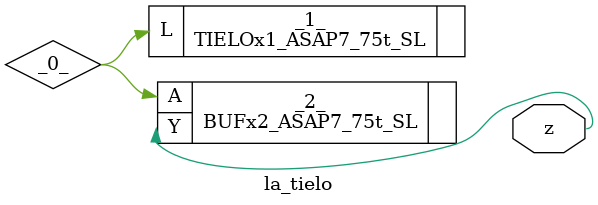
<source format=v>
/* Generated by Yosys 0.37 (git sha1 a5c7f69ed, clang 14.0.0-1ubuntu1.1 -fPIC -Os) */

module la_tielo(z);
  wire _0_;
  output z;
  wire z;
  TIELOx1_ASAP7_75t_SL _1_ (
    .L(_0_)
  );
  BUFx2_ASAP7_75t_SL _2_ (
    .A(_0_),
    .Y(z)
  );
endmodule

</source>
